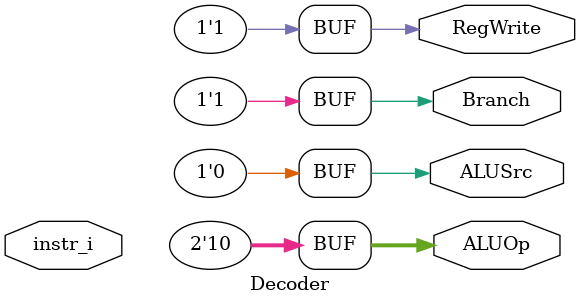
<source format=v>
/***************************************************
Student Name: 
Student ID: 
***************************************************/

`timescale 1ns/1ps

module Decoder(
	input [32-1:0] 	instr_i,
	output wire			ALUSrc,		//I-type.S-type:1 else:0 看ALUOp
	output wire			RegWrite,	//R-type.I-type:1 else:0 看ALUOp
	output wire			Branch,	//ALUOp = 01
	output wire [2-1:0]	ALUOp //derived from opcode
	);
	
//Internal Signals
//wire	[7-1:0]		opcode;		//ch4-I-26 instr[6:0] 7 bit 
//wire 	[3-1:0]		funct3;		//instr[14:12]
//wire	[3-1:0]		Instr_field;
//wire	[9-1:0]		Ctrl_o;
/*
always@(*)begin
	RegWrite = 1'b1;
	Branch = 1'b1;
	ALUOp = 2'b10;
end*/
assign ALUSrc = 1'b0;
assign RegWrite = 1'b1;
assign Branch = 1'b1;
assign ALUOp = 2'b10;

endmodule





                    
                    
</source>
